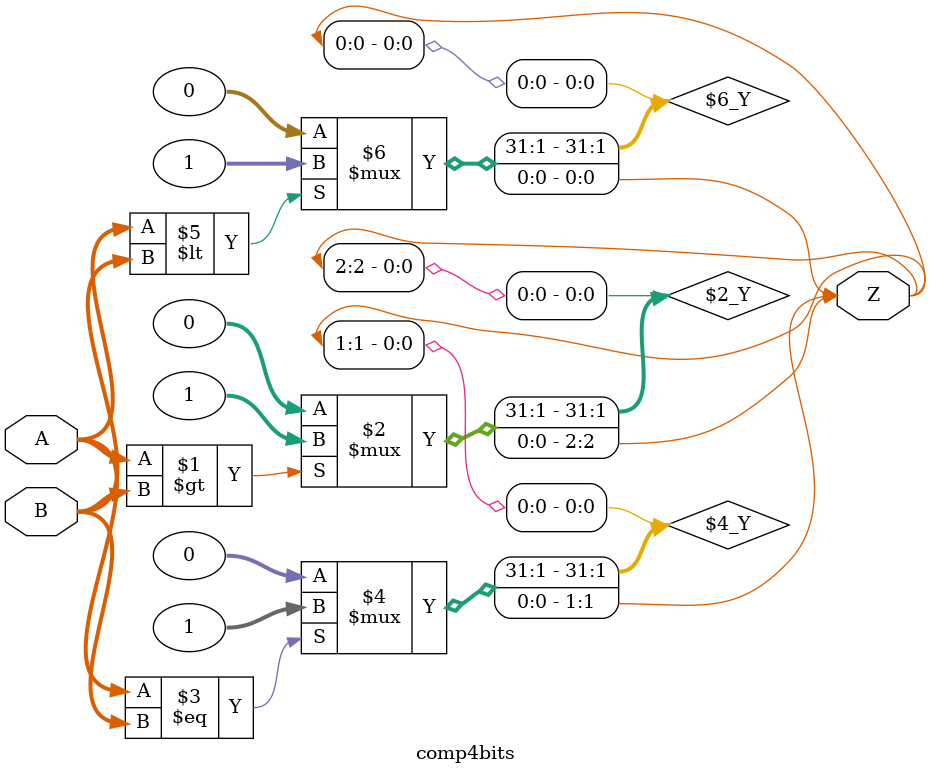
<source format=v>

module comp4bits(A,B,Z);
input [3:0]A;
input [3:0]B;
output [2:0]Z;

assign Z[2]= (A>B)? 1:0;
assign Z[1]= (A==B)? 1:0;
assign Z[0]= (A<B)? 1:0;

endmodule 
</source>
